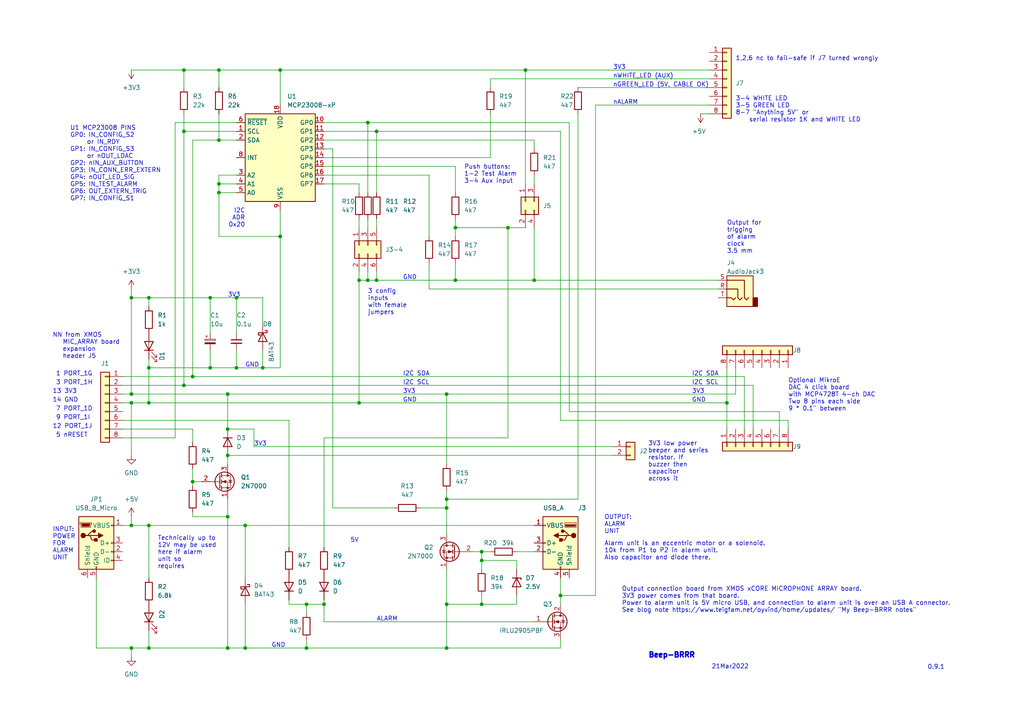
<source format=kicad_sch>
(kicad_sch (version 20211123) (generator eeschema)
  (paper "A4")
  (lib_symbols
    (symbol "Connector:AudioJack3"
      (property "Reference" "J" (at 0 8.89 0))
      (property "Value" "AudioJack3" (at 0 6.35 0))
      (symbol "AudioJack3_0_1"
        (rectangle (start -5.08 -5.08) (end -6.35 -2.54) (stroke (width 0.254)) (fill (type outline)))
        (polyline (pts (xy 0 -2.54) (xy 0.635 -3.175) (xy 1.27 -2.54) (xy 2.54 -2.54)) (stroke (width 0.254)))
        (polyline (pts (xy -1.905 -2.54) (xy -1.27 -3.175) (xy -0.635 -2.54) (xy -0.635 0) (xy 2.54 0)) (stroke (width 0.254)))
        (polyline (pts (xy 2.54 2.54) (xy -2.54 2.54) (xy -2.54 -2.54) (xy -3.175 -3.175) (xy -3.81 -2.54)) (stroke (width 0.254)))
        (rectangle (start 2.54 3.81) (end -5.08 -5.08) (stroke (width 0.254)) (fill (type background)))
      )
      (symbol "AudioJack3_1_1"
        (pin passive line (at 5.08 0 180) (length 2.54) (name "~") (number "R"))
        (pin passive line (at 5.08 2.54 180) (length 2.54) (name "~") (number "S"))
        (pin passive line (at 5.08 -2.54 180) (length 2.54) (name "~") (number "T"))
      )
    )
    (symbol "Connector:USB_A" (pin_names (offset 1.016))
      (property "Reference" "J" (at -5.08 11.43 0))
      (property "Value" "USB_A" (at -5.08 8.89 0))
      (symbol "USB_A_0_1"
        (rectangle (start -5.08 -7.62) (end 5.08 7.62) (stroke (width 0.254)) (fill (type background)))
        (circle (center -3.81 2.159) (radius 0.635) (stroke (width 0.254)) (fill (type outline)))
        (rectangle (start -1.524 4.826) (end -4.318 5.334) (fill (type outline)))
        (rectangle (start -1.27 4.572) (end -4.572 5.842))
        (circle (center -0.635 3.429) (radius 0.381) (stroke (width 0.254)) (fill (type outline)))
        (rectangle (start -0.127 -7.62) (end 0.127 -6.858))
        (polyline (pts (xy -3.175 2.159) (xy -2.54 2.159) (xy -1.27 3.429) (xy -0.635 3.429)) (stroke (width 0.254)))
        (polyline (pts (xy -2.54 2.159) (xy -1.905 2.159) (xy -1.27 0.889) (xy 0 0.889)) (stroke (width 0.254)))
        (polyline (pts (xy 0.635 2.794) (xy 0.635 1.524) (xy 1.905 2.159) (xy 0.635 2.794)) (stroke (width 0.254)) (fill (type outline)))
        (rectangle (start 0.254 1.27) (end -0.508 0.508) (stroke (width 0.254)) (fill (type outline)))
        (rectangle (start 5.08 -2.667) (end 4.318 -2.413))
        (rectangle (start 5.08 -0.127) (end 4.318 0.127))
        (rectangle (start 5.08 4.953) (end 4.318 5.207))
      )
      (symbol "USB_A_1_1"
        (polyline (pts (xy -1.905 2.159) (xy 0.635 2.159)) (stroke (width 0.254)))
        (pin power_in line (at 7.62 5.08 180) (length 2.54) (name "VBUS") (number "1"))
        (pin bidirectional line (at 7.62 -2.54 180) (length 2.54) (name "D-") (number "2"))
        (pin bidirectional line (at 7.62 0 180) (length 2.54) (name "D+") (number "3"))
        (pin power_in line (at 0 -10.16 90) (length 2.54) (name "GND") (number "4"))
        (pin passive line (at -2.54 -10.16 90) (length 2.54) (name "Shield") (number "5"))
      )
    )
    (symbol "Connector:USB_B_Micro" (pin_names (offset 1.016))
      (property "Reference" "J" (at -5.08 11.43 0))
      (property "Value" "USB_B_Micro" (at -5.08 8.89 0))
      (symbol "USB_B_Micro_0_1"
        (rectangle (start -5.08 -7.62) (end 5.08 7.62) (stroke (width 0.254)) (fill (type background)))
        (circle (center -3.81 2.159) (radius 0.635) (stroke (width 0.254)) (fill (type outline)))
        (circle (center -0.635 3.429) (radius 0.381) (stroke (width 0.254)) (fill (type outline)))
        (rectangle (start -0.127 -7.62) (end 0.127 -6.858))
        (polyline (pts (xy -1.905 2.159) (xy 0.635 2.159)) (stroke (width 0.254)))
        (polyline (pts (xy -3.175 2.159) (xy -2.54 2.159) (xy -1.27 3.429) (xy -0.635 3.429)) (stroke (width 0.254)))
        (polyline (pts (xy -2.54 2.159) (xy -1.905 2.159) (xy -1.27 0.889) (xy 0 0.889)) (stroke (width 0.254)))
        (polyline (pts (xy 0.635 2.794) (xy 0.635 1.524) (xy 1.905 2.159) (xy 0.635 2.794)) (stroke (width 0.254)) (fill (type outline)))
        (polyline (pts (xy -4.318 5.588) (xy -1.778 5.588) (xy -2.032 4.826) (xy -4.064 4.826) (xy -4.318 5.588)) (fill (type outline)))
        (polyline (pts (xy -4.699 5.842) (xy -4.699 5.588) (xy -4.445 4.826) (xy -4.445 4.572) (xy -1.651 4.572) (xy -1.651 4.826) (xy -1.397 5.588) (xy -1.397 5.842) (xy -4.699 5.842)))
        (rectangle (start 0.254 1.27) (end -0.508 0.508) (stroke (width 0.254)) (fill (type outline)))
        (rectangle (start 5.08 -5.207) (end 4.318 -4.953))
        (rectangle (start 5.08 -2.667) (end 4.318 -2.413))
        (rectangle (start 5.08 -0.127) (end 4.318 0.127))
        (rectangle (start 5.08 4.953) (end 4.318 5.207))
      )
      (symbol "USB_B_Micro_1_1"
        (pin power_out line (at 7.62 5.08 180) (length 2.54) (name "VBUS") (number "1"))
        (pin bidirectional line (at 7.62 -2.54 180) (length 2.54) (name "D-") (number "2"))
        (pin bidirectional line (at 7.62 0 180) (length 2.54) (name "D+") (number "3"))
        (pin passive line (at 7.62 -5.08 180) (length 2.54) (name "ID") (number "4"))
        (pin power_out line (at 0 -10.16 90) (length 2.54) (name "GND") (number "5"))
        (pin passive line (at -2.54 -10.16 90) (length 2.54) (name "Shield") (number "6"))
      )
    )
    (symbol "Connector_Generic:Conn_01x02" (pin_names (offset 1.016) hide)
      (property "Reference" "J" (at 0 2.54 0))
      (property "Value" "Conn_01x02" (at 0 -5.08 0))
      (symbol "Conn_01x02_1_1"
        (rectangle (start -1.27 -2.413) (end 0 -2.667) (stroke (width 0.1524)))
        (rectangle (start -1.27 0.127) (end 0 -0.127) (stroke (width 0.1524)))
        (rectangle (start -1.27 1.27) (end 1.27 -3.81) (stroke (width 0.254)) (fill (type background)))
        (pin passive line (at -5.08 0 0) (length 3.81) (name "Pin_1") (number "1"))
        (pin passive line (at -5.08 -2.54 0) (length 3.81) (name "Pin_2") (number "2"))
      )
    )
    (symbol "Connector_Generic:Conn_01x08" (pin_names (offset 1.016) hide)
      (property "Reference" "J" (at 0 10.16 0))
      (property "Value" "Conn_01x08" (at 0 -12.7 0))
      (symbol "Conn_01x08_1_1"
        (rectangle (start -1.27 -10.033) (end 0 -10.287) (stroke (width 0.1524)))
        (rectangle (start -1.27 -7.493) (end 0 -7.747) (stroke (width 0.1524)))
        (rectangle (start -1.27 -4.953) (end 0 -5.207) (stroke (width 0.1524)))
        (rectangle (start -1.27 -2.413) (end 0 -2.667) (stroke (width 0.1524)))
        (rectangle (start -1.27 0.127) (end 0 -0.127) (stroke (width 0.1524)))
        (rectangle (start -1.27 2.667) (end 0 2.413) (stroke (width 0.1524)))
        (rectangle (start -1.27 5.207) (end 0 4.953) (stroke (width 0.1524)))
        (rectangle (start -1.27 7.747) (end 0 7.493) (stroke (width 0.1524)))
        (rectangle (start -1.27 8.89) (end 1.27 -11.43) (stroke (width 0.254)) (fill (type background)))
        (pin passive line (at -5.08 7.62 0) (length 3.81) (name "Pin_1") (number "1"))
        (pin passive line (at -5.08 5.08 0) (length 3.81) (name "Pin_2") (number "2"))
        (pin passive line (at -5.08 2.54 0) (length 3.81) (name "Pin_3") (number "3"))
        (pin passive line (at -5.08 0 0) (length 3.81) (name "Pin_4") (number "4"))
        (pin passive line (at -5.08 -2.54 0) (length 3.81) (name "Pin_5") (number "5"))
        (pin passive line (at -5.08 -5.08 0) (length 3.81) (name "Pin_6") (number "6"))
        (pin passive line (at -5.08 -7.62 0) (length 3.81) (name "Pin_7") (number "7"))
        (pin passive line (at -5.08 -10.16 0) (length 3.81) (name "Pin_8") (number "8"))
      )
    )
    (symbol "Connector_Generic:Conn_02x02_Odd_Even" (pin_names (offset 1.016) hide)
      (property "Reference" "J" (at 1.27 2.54 0))
      (property "Value" "Conn_02x02_Odd_Even" (at 1.27 -5.08 0))
      (symbol "Conn_02x02_Odd_Even_1_1"
        (rectangle (start -1.27 -2.413) (end 0 -2.667) (stroke (width 0.1524)))
        (rectangle (start -1.27 0.127) (end 0 -0.127) (stroke (width 0.1524)))
        (rectangle (start -1.27 1.27) (end 3.81 -3.81) (stroke (width 0.254)) (fill (type background)))
        (rectangle (start 3.81 -2.413) (end 2.54 -2.667) (stroke (width 0.1524)))
        (rectangle (start 3.81 0.127) (end 2.54 -0.127) (stroke (width 0.1524)))
        (pin passive line (at -5.08 0 0) (length 3.81) (name "Pin_1") (number "1"))
        (pin passive line (at 7.62 0 180) (length 3.81) (name "Pin_2") (number "2"))
        (pin passive line (at -5.08 -2.54 0) (length 3.81) (name "Pin_3") (number "3"))
        (pin passive line (at 7.62 -2.54 180) (length 3.81) (name "Pin_4") (number "4"))
      )
    )
    (symbol "Connector_Generic:Conn_02x03_Odd_Even" (pin_names (offset 1.016) hide)
      (property "Reference" "J" (at 1.27 5.08 0))
      (property "Value" "Conn_02x03_Odd_Even" (at 1.27 -5.08 0))
      (symbol "Conn_02x03_Odd_Even_1_1"
        (rectangle (start -1.27 -2.413) (end 0 -2.667) (stroke (width 0.1524)))
        (rectangle (start -1.27 0.127) (end 0 -0.127) (stroke (width 0.1524)))
        (rectangle (start -1.27 2.667) (end 0 2.413) (stroke (width 0.1524)))
        (rectangle (start -1.27 3.81) (end 3.81 -3.81) (stroke (width 0.254)) (fill (type background)))
        (rectangle (start 3.81 -2.413) (end 2.54 -2.667) (stroke (width 0.1524)))
        (rectangle (start 3.81 0.127) (end 2.54 -0.127) (stroke (width 0.1524)))
        (rectangle (start 3.81 2.667) (end 2.54 2.413) (stroke (width 0.1524)))
        (pin passive line (at -5.08 2.54 0) (length 3.81) (name "Pin_1") (number "1"))
        (pin passive line (at 7.62 2.54 180) (length 3.81) (name "Pin_2") (number "2"))
        (pin passive line (at -5.08 0 0) (length 3.81) (name "Pin_3") (number "3"))
        (pin passive line (at 7.62 0 180) (length 3.81) (name "Pin_4") (number "4"))
        (pin passive line (at -5.08 -2.54 0) (length 3.81) (name "Pin_5") (number "5"))
        (pin passive line (at 7.62 -2.54 180) (length 3.81) (name "Pin_6") (number "6"))
      )
    )
    (symbol "Device:C_Polarized_Small" (pin_numbers hide) (pin_names (offset 0.254) hide)
      (property "Reference" "C" (at 0.254 1.778 0))
      (property "Value" "C_Polarized_Small" (at 0.254 -2.032 0))
      (symbol "C_Polarized_Small_0_1"
        (rectangle (start -1.524 -0.3048) (end 1.524 -0.6858) (fill (type outline)))
        (rectangle (start -1.524 0.6858) (end 1.524 0.3048))
        (polyline (pts (xy -1.27 1.524) (xy -0.762 1.524)))
        (polyline (pts (xy -1.016 1.27) (xy -1.016 1.778)))
      )
      (symbol "C_Polarized_Small_1_1"
        (pin passive line (at 0 2.54 270) (length 1.8542) (name "~") (number "1"))
        (pin passive line (at 0 -2.54 90) (length 1.8542) (name "~") (number "2"))
      )
    )
    (symbol "Device:C_Small" (pin_numbers hide) (pin_names (offset 0.254) hide)
      (property "Reference" "C" (at 0.254 1.778 0))
      (property "Value" "C_Small" (at 0.254 -2.032 0))
      (symbol "C_Small_0_1"
        (polyline (pts (xy -1.524 -0.508) (xy 1.524 -0.508)) (stroke (width 0.3302)))
        (polyline (pts (xy -1.524 0.508) (xy 1.524 0.508)) (stroke (width 0.3048)))
      )
      (symbol "C_Small_1_1"
        (pin passive line (at 0 2.54 270) (length 2.032) (name "~") (number "1"))
        (pin passive line (at 0 -2.54 90) (length 2.032) (name "~") (number "2"))
      )
    )
    (symbol "Device:D" (pin_numbers hide) (pin_names (offset 1.016) hide)
      (property "Reference" "D" (at 0 2.54 0))
      (property "Value" "D" (at 0 -2.54 0))
      (symbol "D_0_1"
        (polyline (pts (xy -1.27 1.27) (xy -1.27 -1.27)) (stroke (width 0.254)))
        (polyline (pts (xy 1.27 0) (xy -1.27 0)))
        (polyline (pts (xy 1.27 1.27) (xy 1.27 -1.27) (xy -1.27 0) (xy 1.27 1.27)) (stroke (width 0.254)))
      )
      (symbol "D_1_1"
        (pin passive line (at -3.81 0 0) (length 2.54) (name "K") (number "1"))
        (pin passive line (at 3.81 0 180) (length 2.54) (name "A") (number "2"))
      )
    )
    (symbol "Device:D_Zener" (pin_numbers hide) (pin_names (offset 1.016) hide)
      (property "Reference" "D" (at 0 2.54 0))
      (property "Value" "D_Zener" (at 0 -2.54 0))
      (symbol "D_Zener_0_1"
        (polyline (pts (xy 1.27 0) (xy -1.27 0)))
        (polyline (pts (xy -1.27 -1.27) (xy -1.27 1.27) (xy -0.762 1.27)) (stroke (width 0.254)))
        (polyline (pts (xy 1.27 -1.27) (xy 1.27 1.27) (xy -1.27 0) (xy 1.27 -1.27)) (stroke (width 0.254)))
      )
      (symbol "D_Zener_1_1"
        (pin passive line (at -3.81 0 0) (length 2.54) (name "K") (number "1"))
        (pin passive line (at 3.81 0 180) (length 2.54) (name "A") (number "2"))
      )
    )
    (symbol "Device:LED" (pin_numbers hide) (pin_names (offset 1.016) hide)
      (property "Reference" "D" (at 0 2.54 0))
      (property "Value" "LED" (at 0 -2.54 0))
      (symbol "LED_0_1"
        (polyline (pts (xy -1.27 -1.27) (xy -1.27 1.27)) (stroke (width 0.254)))
        (polyline (pts (xy -1.27 0) (xy 1.27 0)))
        (polyline (pts (xy 1.27 -1.27) (xy 1.27 1.27) (xy -1.27 0) (xy 1.27 -1.27)) (stroke (width 0.254)))
        (polyline (pts (xy -3.048 -0.762) (xy -4.572 -2.286) (xy -3.81 -2.286) (xy -4.572 -2.286) (xy -4.572 -1.524)))
        (polyline (pts (xy -1.778 -0.762) (xy -3.302 -2.286) (xy -2.54 -2.286) (xy -3.302 -2.286) (xy -3.302 -1.524)))
      )
      (symbol "LED_1_1"
        (pin passive line (at -3.81 0 0) (length 2.54) (name "K") (number "1"))
        (pin passive line (at 3.81 0 180) (length 2.54) (name "A") (number "2"))
      )
    )
    (symbol "Device:R" (pin_numbers hide) (pin_names (offset 0))
      (property "Reference" "R" (at 2.032 0 90))
      (property "Value" "R" (at 0 0 90))
      (symbol "R_0_1"
        (rectangle (start -1.016 -2.54) (end 1.016 2.54) (stroke (width 0.254)))
      )
      (symbol "R_1_1"
        (pin passive line (at 0 3.81 270) (length 1.27) (name "~") (number "1"))
        (pin passive line (at 0 -3.81 90) (length 1.27) (name "~") (number "2"))
      )
    )
    (symbol "Diode:BAT43" (pin_numbers hide) (pin_names (offset 1.016) hide)
      (property "Reference" "D" (at 0 2.54 0))
      (property "Value" "BAT43" (at 0 -2.54 0))
      (symbol "BAT43_0_1"
        (polyline (pts (xy 1.27 0) (xy -1.27 0)))
        (polyline (pts (xy 1.27 1.27) (xy 1.27 -1.27) (xy -1.27 0) (xy 1.27 1.27)) (stroke (width 0.254)))
        (polyline (pts (xy -1.905 0.635) (xy -1.905 1.27) (xy -1.27 1.27) (xy -1.27 -1.27) (xy -0.635 -1.27) (xy -0.635 -0.635)) (stroke (width 0.254)))
      )
      (symbol "BAT43_1_1"
        (pin passive line (at -3.81 0 0) (length 2.54) (name "K") (number "1"))
        (pin passive line (at 3.81 0 180) (length 2.54) (name "A") (number "2"))
      )
    )
    (symbol "Interface_Expansion:MCP23008-xP"
      (property "Reference" "U" (at -8.89 13.97 0))
      (property "Value" "MCP23008-xP" (at 8.89 13.97 0))
      (symbol "MCP23008-xP_0_1"
        (rectangle (start -10.16 12.7) (end 10.16 -12.7) (stroke (width 0.254)) (fill (type background)))
      )
      (symbol "MCP23008-xP_1_1"
        (pin input line (at -12.7 7.62 0) (length 2.54) (name "SCL") (number "1"))
        (pin bidirectional line (at 12.7 10.16 180) (length 2.54) (name "GP0") (number "10"))
        (pin bidirectional line (at 12.7 7.62 180) (length 2.54) (name "GP1") (number "11"))
        (pin bidirectional line (at 12.7 5.08 180) (length 2.54) (name "GP2") (number "12"))
        (pin bidirectional line (at 12.7 2.54 180) (length 2.54) (name "GP3") (number "13"))
        (pin bidirectional line (at 12.7 0 180) (length 2.54) (name "GP4") (number "14"))
        (pin bidirectional line (at 12.7 -2.54 180) (length 2.54) (name "GP5") (number "15"))
        (pin bidirectional line (at 12.7 -5.08 180) (length 2.54) (name "GP6") (number "16"))
        (pin bidirectional line (at 12.7 -7.62 180) (length 2.54) (name "GP7") (number "17"))
        (pin power_in line (at 0 15.24 270) (length 2.54) (name "VDD") (number "18"))
        (pin bidirectional line (at -12.7 5.08 0) (length 2.54) (name "SDA") (number "2"))
        (pin input line (at -12.7 -5.08 0) (length 2.54) (name "A2") (number "3"))
        (pin input line (at -12.7 -7.62 0) (length 2.54) (name "A1") (number "4"))
        (pin input line (at -12.7 -10.16 0) (length 2.54) (name "A0") (number "5"))
        (pin input line (at -12.7 10.16 0) (length 2.54) (name "~{RESET}") (number "6"))
        (pin no_connect line (at -10.16 -2.54 0) (length 2.54) hide (name "NC") (number "7"))
        (pin output line (at -12.7 0 0) (length 2.54) (name "INT") (number "8"))
        (pin power_in line (at 0 -15.24 90) (length 2.54) (name "VSS") (number "9"))
      )
    )
    (symbol "Transistor_FET:2N7000" (pin_names hide)
      (property "Reference" "Q" (at 5.08 1.905 0))
      (property "Value" "2N7000" (at 5.08 0 0))
      (symbol "2N7000_0_1"
        (polyline (pts (xy 0.254 0) (xy -2.54 0)))
        (polyline (pts (xy 0.254 1.905) (xy 0.254 -1.905)) (stroke (width 0.254)))
        (polyline (pts (xy 0.762 -1.27) (xy 0.762 -2.286)) (stroke (width 0.254)))
        (polyline (pts (xy 0.762 0.508) (xy 0.762 -0.508)) (stroke (width 0.254)))
        (polyline (pts (xy 0.762 2.286) (xy 0.762 1.27)) (stroke (width 0.254)))
        (polyline (pts (xy 2.54 2.54) (xy 2.54 1.778)))
        (polyline (pts (xy 2.54 -2.54) (xy 2.54 0) (xy 0.762 0)))
        (polyline (pts (xy 0.762 -1.778) (xy 3.302 -1.778) (xy 3.302 1.778) (xy 0.762 1.778)))
        (polyline (pts (xy 1.016 0) (xy 2.032 0.381) (xy 2.032 -0.381) (xy 1.016 0)) (fill (type outline)))
        (polyline (pts (xy 2.794 0.508) (xy 2.921 0.381) (xy 3.683 0.381) (xy 3.81 0.254)))
        (polyline (pts (xy 3.302 0.381) (xy 2.921 -0.254) (xy 3.683 -0.254) (xy 3.302 0.381)))
        (circle (center 1.651 0) (radius 2.794) (stroke (width 0.254)))
        (circle (center 2.54 -1.778) (radius 0.254) (fill (type outline)))
        (circle (center 2.54 1.778) (radius 0.254) (fill (type outline)))
      )
      (symbol "2N7000_1_1"
        (pin passive line (at 2.54 -5.08 90) (length 2.54) (name "S") (number "1"))
        (pin input line (at -5.08 0 0) (length 2.54) (name "G") (number "2"))
        (pin passive line (at 2.54 5.08 270) (length 2.54) (name "D") (number "3"))
      )
    )
    (symbol "Transistor_FET:IRF540N" (pin_names hide)
      (property "Reference" "Q" (at 6.35 1.905 0))
      (property "Value" "IRF540N" (at 6.35 0 0))
      (symbol "IRF540N_0_1"
        (polyline (pts (xy 0.254 0) (xy -2.54 0)))
        (polyline (pts (xy 0.254 1.905) (xy 0.254 -1.905)) (stroke (width 0.254)))
        (polyline (pts (xy 0.762 -1.27) (xy 0.762 -2.286)) (stroke (width 0.254)))
        (polyline (pts (xy 0.762 0.508) (xy 0.762 -0.508)) (stroke (width 0.254)))
        (polyline (pts (xy 0.762 2.286) (xy 0.762 1.27)) (stroke (width 0.254)))
        (polyline (pts (xy 2.54 2.54) (xy 2.54 1.778)))
        (polyline (pts (xy 2.54 -2.54) (xy 2.54 0) (xy 0.762 0)))
        (polyline (pts (xy 0.762 -1.778) (xy 3.302 -1.778) (xy 3.302 1.778) (xy 0.762 1.778)))
        (polyline (pts (xy 1.016 0) (xy 2.032 0.381) (xy 2.032 -0.381) (xy 1.016 0)) (fill (type outline)))
        (polyline (pts (xy 2.794 0.508) (xy 2.921 0.381) (xy 3.683 0.381) (xy 3.81 0.254)))
        (polyline (pts (xy 3.302 0.381) (xy 2.921 -0.254) (xy 3.683 -0.254) (xy 3.302 0.381)))
        (circle (center 1.651 0) (radius 2.794) (stroke (width 0.254)))
        (circle (center 2.54 -1.778) (radius 0.254) (fill (type outline)))
        (circle (center 2.54 1.778) (radius 0.254) (fill (type outline)))
      )
      (symbol "IRF540N_1_1"
        (pin input line (at -5.08 0 0) (length 2.54) (name "G") (number "1"))
        (pin passive line (at 2.54 5.08 270) (length 2.54) (name "D") (number "2"))
        (pin passive line (at 2.54 -5.08 90) (length 2.54) (name "S") (number "3"))
      )
    )
    (symbol "power:+3.3V" (power) (pin_names (offset 0))
      (property "Value" "+3.3V" (at 0 3.556 0))
      (symbol "+3.3V_0_1"
        (polyline (pts (xy -0.762 1.27) (xy 0 2.54)))
        (polyline (pts (xy 0 0) (xy 0 2.54)))
        (polyline (pts (xy 0 2.54) (xy 0.762 1.27)))
      )
      (symbol "+3.3V_1_1"
        (pin power_in line (at 0 0 90) (length 0) hide (name "+3V3") (number "1"))
      )
    )
    (symbol "power:+5V" (power) (pin_names (offset 0))
      (property "Value" "+5V" (at 0 3.556 0))
      (symbol "+5V_0_1"
        (polyline (pts (xy -0.762 1.27) (xy 0 2.54)))
        (polyline (pts (xy 0 0) (xy 0 2.54)))
        (polyline (pts (xy 0 2.54) (xy 0.762 1.27)))
      )
      (symbol "+5V_1_1"
        (pin power_in line (at 0 0 90) (length 0) hide (name "+5V") (number "1"))
      )
    )
    (symbol "power:GND" (power) (pin_names (offset 0))
      (property "Value" "GND" (at 0 -3.81 0))
      (symbol "GND_0_1"
        (polyline (pts (xy 0 0) (xy 0 -1.27) (xy 1.27 -1.27) (xy 0 -2.54) (xy -1.27 -1.27) (xy 0 -1.27)))
      )
      (symbol "GND_1_1"
        (pin power_in line (at 0 0 270) (length 0) hide (name "GND") (number "1"))
      )
    )
  )
  (junction (at 43.18 106.68))
  (junction (at 147.32 66.04))
  (junction (at 66.04 124.46))
  (junction (at 38.1 116.84))
  (junction (at 53.34 111.76))
  (junction (at 71.12 187.96))
  (junction (at 76.2 106.68))
  (junction (at 43.18 187.96))
  (junction (at 152.4 20.32))
  (junction (at 139.7 160.02))
  (junction (at 71.12 152.4))
  (junction (at 38.1 187.96))
  (junction (at 38.1 114.3))
  (junction (at 93.98 175.26))
  (junction (at 60.96 106.68))
  (junction (at 139.7 175.26))
  (junction (at 129.54 175.26))
  (junction (at 88.9 187.96))
  (junction (at 43.18 86.36))
  (junction (at 81.28 68.58))
  (junction (at 68.58 86.36))
  (junction (at 109.22 38.1))
  (junction (at 66.04 132.08))
  (junction (at 43.18 116.84))
  (junction (at 104.14 116.84))
  (junction (at 43.18 152.4))
  (junction (at 38.1 152.4))
  (junction (at 109.22 81.28))
  (junction (at 63.5 20.32))
  (junction (at 66.04 187.96))
  (junction (at 66.04 114.3))
  (junction (at 129.54 144.78))
  (junction (at 63.5 53.34))
  (junction (at 132.08 66.04))
  (junction (at 81.28 20.32))
  (junction (at 63.5 55.88))
  (junction (at 53.34 38.1))
  (junction (at 53.34 20.32))
  (junction (at 104.14 81.28))
  (junction (at 154.94 81.28))
  (junction (at 210.82 116.84))
  (junction (at 63.5 40.64))
  (junction (at 38.1 86.36))
  (junction (at 68.58 106.68))
  (junction (at 139.7 162.56))
  (junction (at 129.54 114.3))
  (junction (at 132.08 81.28))
  (junction (at 106.68 81.28))
  (junction (at 66.04 149.86))
  (junction (at 162.56 172.72))
  (junction (at 55.88 109.22))
  (junction (at 55.88 139.7))
  (junction (at 129.54 147.32))
  (junction (at 129.54 187.96))
  (junction (at 88.9 175.26))
  (junction (at 106.68 35.56))
  (junction (at 60.96 86.36))
  (wire (pts (xy 228.6 121.92) (xy 162.56 121.92)))
  (wire (pts (xy 129.54 165.1) (xy 129.54 175.26)))
  (wire (pts (xy 104.14 116.84) (xy 210.82 116.84)))
  (wire (pts (xy 165.1 35.56) (xy 165.1 119.38)))
  (wire (pts (xy 60.96 106.68) (xy 68.58 106.68)))
  (wire (pts (xy 104.14 53.34) (xy 104.14 55.88)))
  (wire (pts (xy 154.94 66.04) (xy 154.94 81.28)))
  (wire (pts (xy 129.54 175.26) (xy 129.54 187.96)))
  (wire (pts (xy 139.7 160.02) (xy 139.7 162.56)))
  (wire (pts (xy 43.18 187.96) (xy 66.04 187.96)))
  (wire (pts (xy 106.68 81.28) (xy 109.22 81.28)))
  (wire (pts (xy 66.04 144.78) (xy 66.04 149.86)))
  (wire (pts (xy 68.58 55.88) (xy 63.5 55.88)))
  (wire (pts (xy 63.5 53.34) (xy 63.5 55.88)))
  (wire (pts (xy 68.58 106.68) (xy 68.58 101.6)))
  (wire (pts (xy 177.8 129.54) (xy 73.66 129.54)))
  (wire (pts (xy 93.98 40.64) (xy 154.94 40.64)))
  (wire (pts (xy 43.18 182.88) (xy 43.18 187.96)))
  (wire (pts (xy 167.64 25.4) (xy 205.74 25.4)))
  (wire (pts (xy 96.52 147.32) (xy 114.3 147.32)))
  (wire (pts (xy 149.86 160.02) (xy 154.94 160.02)))
  (wire (pts (xy 152.4 20.32) (xy 205.74 20.32)))
  (wire (pts (xy 93.98 180.34) (xy 154.94 180.34)))
  (wire (pts (xy 106.68 35.56) (xy 165.1 35.56)))
  (wire (pts (xy 93.98 53.34) (xy 104.14 53.34)))
  (wire (pts (xy 129.54 114.3) (xy 129.54 134.62)))
  (wire (pts (xy 104.14 81.28) (xy 104.14 116.84)))
  (wire (pts (xy 55.88 139.7) (xy 58.42 139.7)))
  (wire (pts (xy 109.22 38.1) (xy 109.22 55.88)))
  (wire (pts (xy 60.96 86.36) (xy 60.96 96.52)))
  (wire (pts (xy 43.18 152.4) (xy 43.18 167.64)))
  (wire (pts (xy 83.82 175.26) (xy 83.82 173.99)))
  (wire (pts (xy 83.82 175.26) (xy 88.9 175.26)))
  (wire (pts (xy 63.5 50.8) (xy 63.5 53.34)))
  (wire (pts (xy 60.96 86.36) (xy 68.58 86.36)))
  (wire (pts (xy 106.68 81.28) (xy 106.68 78.74)))
  (wire (pts (xy 35.56 109.22) (xy 55.88 109.22)))
  (wire (pts (xy 152.4 20.32) (xy 152.4 53.34)))
  (wire (pts (xy 43.18 86.36) (xy 60.96 86.36)))
  (wire (pts (xy 137.16 160.02) (xy 139.7 160.02)))
  (wire (pts (xy 139.7 175.26) (xy 149.86 175.26)))
  (wire (pts (xy 104.14 78.74) (xy 104.14 81.28)))
  (wire (pts (xy 165.1 119.38) (xy 226.06 119.38)))
  (wire (pts (xy 104.14 63.5) (xy 104.14 66.04)))
  (wire (pts (xy 88.9 175.26) (xy 93.98 175.26)))
  (wire (pts (xy 68.58 50.8) (xy 63.5 50.8)))
  (wire (pts (xy 63.5 40.64) (xy 68.58 40.64)))
  (wire (pts (xy 93.98 45.72) (xy 142.24 45.72)))
  (wire (pts (xy 83.82 121.92) (xy 83.82 158.75)))
  (wire (pts (xy 132.08 66.04) (xy 132.08 68.58)))
  (wire (pts (xy 38.1 20.32) (xy 53.34 20.32)))
  (wire (pts (xy 129.54 175.26) (xy 139.7 175.26)))
  (wire (pts (xy 53.34 38.1) (xy 53.34 111.76)))
  (wire (pts (xy 154.94 40.64) (xy 154.94 43.18)))
  (wire (pts (xy 35.56 152.4) (xy 38.1 152.4)))
  (wire (pts (xy 43.18 106.68) (xy 43.18 116.84)))
  (wire (pts (xy 139.7 162.56) (xy 139.7 165.1)))
  (wire (pts (xy 210.82 106.68) (xy 210.82 116.84)))
  (wire (pts (xy 121.92 147.32) (xy 129.54 147.32)))
  (wire (pts (xy 66.04 124.46) (xy 73.66 124.46)))
  (wire (pts (xy 205.74 22.86) (xy 142.24 22.86)))
  (wire (pts (xy 38.1 187.96) (xy 38.1 190.5)))
  (wire (pts (xy 132.08 66.04) (xy 147.32 66.04)))
  (wire (pts (xy 66.04 149.86) (xy 66.04 187.96)))
  (wire (pts (xy 68.58 106.68) (xy 76.2 106.68)))
  (wire (pts (xy 53.34 38.1) (xy 68.58 38.1)))
  (wire (pts (xy 213.36 114.3) (xy 213.36 106.68)))
  (wire (pts (xy 50.8 35.56) (xy 50.8 127)))
  (wire (pts (xy 149.86 172.72) (xy 149.86 175.26)))
  (wire (pts (xy 63.5 68.58) (xy 81.28 68.58)))
  (wire (pts (xy 109.22 81.28) (xy 132.08 81.28)))
  (wire (pts (xy 129.54 144.78) (xy 129.54 147.32)))
  (wire (pts (xy 106.68 63.5) (xy 106.68 66.04)))
  (wire (pts (xy 208.28 83.82) (xy 124.46 83.82)))
  (wire (pts (xy 104.14 81.28) (xy 106.68 81.28)))
  (wire (pts (xy 38.1 86.36) (xy 38.1 114.3)))
  (wire (pts (xy 60.96 106.68) (xy 60.96 101.6)))
  (wire (pts (xy 154.94 50.8) (xy 154.94 53.34)))
  (wire (pts (xy 129.54 147.32) (xy 129.54 154.94)))
  (wire (pts (xy 76.2 101.6) (xy 76.2 106.68)))
  (wire (pts (xy 71.12 187.96) (xy 88.9 187.96)))
  (wire (pts (xy 73.66 129.54) (xy 73.66 124.46)))
  (wire (pts (xy 109.22 63.5) (xy 109.22 66.04)))
  (wire (pts (xy 66.04 132.08) (xy 177.8 132.08)))
  (wire (pts (xy 55.88 148.59) (xy 55.88 149.86)))
  (wire (pts (xy 215.9 109.22) (xy 215.9 124.46)))
  (wire (pts (xy 71.12 152.4) (xy 154.94 152.4)))
  (wire (pts (xy 53.34 33.02) (xy 53.34 38.1)))
  (wire (pts (xy 139.7 162.56) (xy 149.86 162.56)))
  (wire (pts (xy 129.54 144.78) (xy 167.64 144.78)))
  (wire (pts (xy 129.54 114.3) (xy 213.36 114.3)))
  (wire (pts (xy 71.12 152.4) (xy 71.12 167.64)))
  (wire (pts (xy 210.82 116.84) (xy 210.82 124.46)))
  (wire (pts (xy 147.32 66.04) (xy 147.32 127)))
  (wire (pts (xy 55.88 135.89) (xy 55.88 139.7)))
  (wire (pts (xy 88.9 187.96) (xy 129.54 187.96)))
  (wire (pts (xy 93.98 50.8) (xy 124.46 50.8)))
  (wire (pts (xy 55.88 124.46) (xy 55.88 128.27)))
  (wire (pts (xy 88.9 185.42) (xy 88.9 187.96)))
  (wire (pts (xy 35.56 111.76) (xy 53.34 111.76)))
  (wire (pts (xy 93.98 43.18) (xy 96.52 43.18)))
  (wire (pts (xy 63.5 33.02) (xy 63.5 40.64)))
  (wire (pts (xy 68.58 86.36) (xy 68.58 96.52)))
  (wire (pts (xy 38.1 114.3) (xy 66.04 114.3)))
  (wire (pts (xy 35.56 124.46) (xy 55.88 124.46)))
  (wire (pts (xy 172.72 30.48) (xy 172.72 172.72)))
  (wire (pts (xy 139.7 160.02) (xy 142.24 160.02)))
  (wire (pts (xy 38.1 152.4) (xy 43.18 152.4)))
  (wire (pts (xy 96.52 43.18) (xy 96.52 147.32)))
  (wire (pts (xy 27.94 187.96) (xy 38.1 187.96)))
  (wire (pts (xy 162.56 167.64) (xy 162.56 172.72)))
  (wire (pts (xy 106.68 35.56) (xy 106.68 55.88)))
  (wire (pts (xy 93.98 173.99) (xy 93.98 175.26)))
  (wire (pts (xy 38.1 116.84) (xy 38.1 132.08)))
  (wire (pts (xy 228.6 124.46) (xy 228.6 121.92)))
  (wire (pts (xy 93.98 38.1) (xy 109.22 38.1)))
  (wire (pts (xy 55.88 140.97) (xy 55.88 139.7)))
  (wire (pts (xy 53.34 111.76) (xy 218.44 111.76)))
  (wire (pts (xy 81.28 68.58) (xy 81.28 106.68)))
  (wire (pts (xy 63.5 55.88) (xy 63.5 68.58)))
  (wire (pts (xy 43.18 106.68) (xy 60.96 106.68)))
  (wire (pts (xy 132.08 48.26) (xy 132.08 55.88)))
  (wire (pts (xy 43.18 116.84) (xy 104.14 116.84)))
  (wire (pts (xy 43.18 104.14) (xy 43.18 106.68)))
  (wire (pts (xy 162.56 172.72) (xy 172.72 172.72)))
  (wire (pts (xy 124.46 50.8) (xy 124.46 68.58)))
  (wire (pts (xy 38.1 116.84) (xy 43.18 116.84)))
  (wire (pts (xy 68.58 86.36) (xy 76.2 86.36)))
  (wire (pts (xy 147.32 66.04) (xy 152.4 66.04)))
  (wire (pts (xy 162.56 187.96) (xy 162.56 185.42)))
  (wire (pts (xy 71.12 175.26) (xy 71.12 187.96)))
  (wire (pts (xy 35.56 121.92) (xy 83.82 121.92)))
  (wire (pts (xy 53.34 20.32) (xy 63.5 20.32)))
  (wire (pts (xy 63.5 20.32) (xy 81.28 20.32)))
  (wire (pts (xy 147.32 127) (xy 93.98 127)))
  (wire (pts (xy 124.46 76.2) (xy 124.46 83.82)))
  (wire (pts (xy 208.28 81.28) (xy 154.94 81.28)))
  (wire (pts (xy 226.06 119.38) (xy 226.06 124.46)))
  (wire (pts (xy 81.28 20.32) (xy 81.28 30.48)))
  (wire (pts (xy 142.24 33.02) (xy 142.24 45.72)))
  (wire (pts (xy 35.56 127) (xy 50.8 127)))
  (wire (pts (xy 66.04 132.08) (xy 66.04 134.62)))
  (wire (pts (xy 35.56 114.3) (xy 38.1 114.3)))
  (wire (pts (xy 50.8 35.56) (xy 68.58 35.56)))
  (wire (pts (xy 66.04 114.3) (xy 129.54 114.3)))
  (wire (pts (xy 38.1 149.86) (xy 38.1 152.4)))
  (wire (pts (xy 167.64 33.02) (xy 167.64 144.78)))
  (wire (pts (xy 43.18 152.4) (xy 71.12 152.4)))
  (wire (pts (xy 35.56 116.84) (xy 38.1 116.84)))
  (wire (pts (xy 76.2 93.98) (xy 76.2 86.36)))
  (wire (pts (xy 172.72 30.48) (xy 205.74 30.48)))
  (wire (pts (xy 38.1 86.36) (xy 43.18 86.36)))
  (wire (pts (xy 27.94 167.64) (xy 27.94 187.96)))
  (wire (pts (xy 109.22 38.1) (xy 162.56 38.1)))
  (wire (pts (xy 53.34 20.32) (xy 53.34 25.4)))
  (wire (pts (xy 76.2 106.68) (xy 81.28 106.68)))
  (wire (pts (xy 55.88 109.22) (xy 215.9 109.22)))
  (wire (pts (xy 139.7 172.72) (xy 139.7 175.26)))
  (wire (pts (xy 66.04 187.96) (xy 71.12 187.96)))
  (wire (pts (xy 203.2 33.02) (xy 205.74 33.02)))
  (wire (pts (xy 149.86 162.56) (xy 149.86 165.1)))
  (wire (pts (xy 93.98 35.56) (xy 106.68 35.56)))
  (wire (pts (xy 66.04 114.3) (xy 66.04 124.46)))
  (wire (pts (xy 55.88 149.86) (xy 66.04 149.86)))
  (wire (pts (xy 132.08 76.2) (xy 132.08 81.28)))
  (wire (pts (xy 68.58 53.34) (xy 63.5 53.34)))
  (wire (pts (xy 162.56 172.72) (xy 162.56 175.26)))
  (wire (pts (xy 81.28 60.96) (xy 81.28 68.58)))
  (wire (pts (xy 93.98 48.26) (xy 132.08 48.26)))
  (wire (pts (xy 63.5 20.32) (xy 63.5 25.4)))
  (wire (pts (xy 109.22 78.74) (xy 109.22 81.28)))
  (wire (pts (xy 93.98 127) (xy 93.98 158.75)))
  (wire (pts (xy 162.56 121.92) (xy 162.56 38.1)))
  (wire (pts (xy 218.44 111.76) (xy 218.44 124.46)))
  (wire (pts (xy 43.18 86.36) (xy 43.18 88.9)))
  (wire (pts (xy 142.24 22.86) (xy 142.24 25.4)))
  (wire (pts (xy 38.1 83.82) (xy 38.1 86.36)))
  (wire (pts (xy 55.88 40.64) (xy 55.88 109.22)))
  (wire (pts (xy 81.28 20.32) (xy 152.4 20.32)))
  (wire (pts (xy 88.9 175.26) (xy 88.9 177.8)))
  (wire (pts (xy 93.98 175.26) (xy 93.98 180.34)))
  (wire (pts (xy 55.88 40.64) (xy 63.5 40.64)))
  (wire (pts (xy 132.08 81.28) (xy 154.94 81.28)))
  (wire (pts (xy 132.08 63.5) (xy 132.08 66.04)))
  (wire (pts (xy 38.1 187.96) (xy 43.18 187.96)))
  (wire (pts (xy 129.54 187.96) (xy 162.56 187.96)))
  (wire (pts (xy 129.54 142.24) (xy 129.54 144.78)))
  (text "NN from XMOS\n   MIC_ARRAY board\n   expansion\n   header J5" (at 15.24 104.14 0) (effects (font (size 1.27 1.27)) (justify left bottom)))
  (text "GND" (at 200.66 116.84 0) (effects (font (size 1.27 1.27)) (justify left bottom)))
  (text "nWHITE_LED (AUX)" (at 177.8 22.86 0) (effects (font (size 1.27 1.27)) (justify left bottom)))
  (text "21Mar2022" (at 206.375 194.183 0) (effects (font (size 1.27 1.27)) (justify left bottom)))
  (text "3V3" (at 116.84 114.3 0) (effects (font (size 1.27 1.27)) (justify left bottom)))
  (text "3-4 WHITE LED\n3-5 GREEN LED\n8-7 \"Anything 5V\" or \n    serial resistor 1K and WHITE LED" (at 213.36 35.56 0) (effects (font (size 1.27 1.27)) (justify left bottom)))
  (text "I2C\nADR\n0x20" (at 71.12 66.04 180) (effects (font (size 1.27 1.27)) (justify right bottom)))
  (text " 5 nRESET" (at 15.24 127 0) (effects (font (size 1.27 1.27)) (justify left bottom)))
  (text " 3 PORT_1H" (at 15.24 111.76 0) (effects (font (size 1.27 1.27)) (justify left bottom)))
  (text "Output connection board from XMOS xCORE MICROPHONE ARRAY board.\n3V3 power comes from that board.\nPower to alarm unit is 5V micro USB, and connection to alarm unit is over an USB A connector. \nSee blog note https://www.teigfam.net/oyvind/home/updates/ \"My Beep-BRRR notes\"" (at 180.34 177.8 0) (effects (font (size 1.27 1.27)) (justify left bottom)))
  (text "I2C SCL" (at 116.84 111.76 0) (effects (font (size 1.27 1.27)) (justify left bottom)))
  (text "3V3" (at 73.66 129.54 0) (effects (font (size 1.27 1.27)) (justify left bottom)))
  (text "ALARM" (at 109.22 180.34 0) (effects (font (size 1.27 1.27)) (justify left bottom)))
  (text "3V3 low power\nbeeper and series\nresistor. If \nbuzzer then \ncapacitor \nacross it" (at 187.96 139.7 0) (effects (font (size 1.27 1.27)) (justify left bottom)))
  (text "nALARM" (at 177.8 30.48 0) (effects (font (size 1.27 1.27)) (justify left bottom)))
  (text "1,2,6 nc to fail-safe if J7 turned wrongly" (at 213.36 17.78 0) (effects (font (size 1.27 1.27)) (justify left bottom)))
  (text "13 3V3" (at 15.24 114.3 0) (effects (font (size 1.27 1.27)) (justify left bottom)))
  (text " 9 PORT_1I" (at 15.24 121.92 0) (effects (font (size 1.27 1.27)) (justify left bottom)))
  (text "3V3" (at 200.66 114.3 0) (effects (font (size 1.27 1.27)) (justify left bottom)))
  (text "I2C SCL" (at 200.66 111.76 0) (effects (font (size 1.27 1.27)) (justify left bottom)))
  (text "Optional MikroE\nDAC 4 click board\nwith MCP4728T 4-ch DAC\nTwo 8 pins each side\n9 * 0.1\" between" (at 228.6 119.38 0) (effects (font (size 1.27 1.27)) (justify left bottom)))
  (text "GND" (at 71.12 106.68 0) (effects (font (size 1.27 1.27)) (justify left bottom)))
  (text "Beep-BRRR " (at 187.96 191.008 0) (effects (font (size 1.5 1.5) (thickness 0.8) bold) (justify left bottom)))
  (text "14 GND" (at 15.24 116.84 0) (effects (font (size 1.27 1.27)) (justify left bottom)))
  (text "0.9.1" (at 268.986 194.31 0) (effects (font (size 1.27 1.27)) (justify left bottom)))
  (text "Output for\ntrigging\nof alarm\nclock\n3.5 mm" (at 210.82 73.66 0) (effects (font (size 1.27 1.27)) (justify left bottom)))
  (text "I2C SDA" (at 116.84 109.22 0) (effects (font (size 1.27 1.27)) (justify left bottom)))
  (text " 7 PORT_1D" (at 15.24 119.38 0) (effects (font (size 1.27 1.27)) (justify left bottom)))
  (text "GND" (at 116.84 81.28 0) (effects (font (size 1.27 1.27)) (justify left bottom)))
  (text "OUTPUT:\nALARM\nUNIT" (at 175.26 154.94 0) (effects (font (size 1.27 1.27)) (justify left bottom)))
  (text "Push buttons:\n1-2 Test Alarm\n3-4 Aux input" (at 134.62 53.34 0) (effects (font (size 1.27 1.27)) (justify left bottom)))
  (text "3 config\ninputs\nwith female \njumpers" (at 106.68 91.44 0) (effects (font (size 1.27 1.27)) (justify left bottom)))
  (text "I2C SDA" (at 200.66 109.22 0) (effects (font (size 1.27 1.27)) (justify left bottom)))
  (text "U1 MCP23008 PINS\nGP0: IN_CONFIG_S2 \n     or IN_RDY\nGP1: IN_CONFIG_S3 \n     or nOUT_LDAC\nGP2: nIN_AUX_BUTTON\nGP3: IN_CONN_ERR_EXTERN\nGP4: nOUT_LED_SIG\nGP5: IN_TEST_ALARM\nGP6: OUT_EXTERN_TRIG\nGP7: IN_CONFIG_S1" (at 20.32 58.42 0) (effects (font (size 1.27 1.27)) (justify left bottom)))
  (text "3V3" (at 177.8 20.32 0) (effects (font (size 1.27 1.27)) (justify left bottom)))
  (text "GND" (at 116.84 116.84 0) (effects (font (size 1.27 1.27)) (justify left bottom)))
  (text "INPUT:\nPOWER\nFOR\nALARM\nUNIT" (at 15.24 162.56 0) (effects (font (size 1.27 1.27)) (justify left bottom)))
  (text "12 PORT_1J" (at 15.24 124.46 0) (effects (font (size 1.27 1.27)) (justify left bottom)))
  (text "Alarm unit is an eccentric motor or a solenoid. \n10k from P1 to P2 in alarm unit. \nAlso capacitor and diode there." (at 175.26 162.56 0) (effects (font (size 1.27 1.27)) (justify left bottom)))
  (text "GND" (at 78.74 187.96 0) (effects (font (size 1.27 1.27)) (justify left bottom)))
  (text "3V3" (at 66.04 86.36 0) (effects (font (size 1.27 1.27)) (justify left bottom)))
  (text "Technically up to\n12V may be used\nhere if alarm \nunit so \nrequires" (at 45.72 165.1 0) (effects (font (size 1.27 1.27)) (justify left bottom)))
  (text " 1 PORT_1G" (at 15.24 109.22 0) (effects (font (size 1.27 1.27)) (justify left bottom)))
  (text "5V" (at 101.6 157.48 0) (effects (font (size 1.27 1.27)) (justify left bottom)))
  (text "nGREEN_LED (5V, CABLE OK)" (at 177.8 25.4 0) (effects (font (size 1.27 1.27)) (justify left bottom)))
  (symbol (lib_id "Connector_Generic:Conn_01x08") (at 30.48 116.84 0) (mirror y) (unit 1)
    (property "Reference" "J1" (at 30.48 105.41 0))
    (property "Value" "Conn_01x08" (effects hide))
    (property "Footprint" "Connector_PinHeader_2.54mm:PinHeader_1x08_P2.54mm_Vertical" (effects hide))
  )
  (symbol (lib_id "Device:R") (at 53.34 29.21 0) (unit 1)
    (property "Reference" "R3" (at 55.88 27.9399 0) (effects (justify left)))
    (property "Value" "22k" (at 55.88 30.4799 0) (effects (justify left)))
    (property "Footprint" "Resistor_THT:R_Axial_DIN0204_L3.6mm_D1.6mm_P2.54mm_Vertical" (effects hide))
  )
  (symbol (lib_id "power:+5V") (at 38.1 149.86 0) (unit 1)
    (property "Reference" "#PWR0106" (effects hide))
    (property "Value" "+5V" (at 38.1 144.78 0))
  )
  (symbol (lib_id "Device:R") (at 154.94 46.99 0) (unit 1)
    (property "Reference" "R21" (at 157.48 45.7199 0) (effects (justify left)))
    (property "Value" "4k7" (at 157.48 48.2599 0) (effects (justify left)))
    (property "Footprint" "Resistor_THT:R_Axial_DIN0204_L3.6mm_D1.6mm_P2.54mm_Vertical" (effects hide))
  )
  (symbol (lib_id "Device:R") (at 83.82 162.56 0) (unit 1)
    (property "Reference" "R7" (at 86.36 161.2899 0) (effects (justify left)))
    (property "Value" "4k7" (at 86.36 163.8299 0) (effects (justify left)))
    (property "Footprint" "Resistor_THT:R_Axial_DIN0204_L3.6mm_D1.6mm_P2.54mm_Vertical" (effects hide))
  )
  (symbol (lib_id "Device:R") (at 109.22 59.69 0) (unit 1)
    (property "Reference" "R12" (at 116.84 58.42 0) (effects (justify left)))
    (property "Value" "4k7" (at 116.84 60.96 0) (effects (justify left)))
    (property "Footprint" "Resistor_THT:R_Axial_DIN0204_L3.6mm_D1.6mm_P2.54mm_Vertical" (effects hide))
  )
  (symbol (lib_id "Device:D") (at 93.98 170.18 90) (unit 1)
    (property "Reference" "D6" (at 96.52 168.9099 90) (effects (justify right)))
    (property "Value" "D" (at 96.52 171.4499 90) (effects (justify right)))
    (property "Footprint" "Diode_THT:D_A-405_P2.54mm_Vertical_KathodeUp" (effects hide))
  )
  (symbol (lib_id "Transistor_FET:2N7000") (at 132.08 160.02 0) (mirror y) (unit 1)
    (property "Reference" "Q2" (at 125.73 158.7499 0) (effects (justify left)))
    (property "Value" "2N7000" (at 125.73 161.2899 0) (effects (justify left)))
    (property "Footprint" "Package_TO_SOT_THT:TO-92_Inline" (effects hide))
    (property "Datasheet" "https://www.onsemi.com/pub/Collateral/NDS7002A-D.PDF" (effects hide))
  )
  (symbol (lib_id "Device:R") (at 132.08 72.39 0) (unit 1)
    (property "Reference" "R17" (at 134.62 71.1199 0) (effects (justify left)))
    (property "Value" "4k7" (at 134.62 73.6599 0) (effects (justify left)))
    (property "Footprint" "Resistor_THT:R_Axial_DIN0204_L3.6mm_D1.6mm_P2.54mm_Vertical" (effects hide))
  )
  (symbol (lib_id "Device:R") (at 104.14 59.69 0) (unit 1)
    (property "Reference" "R10" (at 99.06 58.42 0) (effects (justify left)))
    (property "Value" "4k7" (at 99.06 60.96 0) (effects (justify left)))
    (property "Footprint" "Resistor_THT:R_Axial_DIN0204_L3.6mm_D1.6mm_P2.54mm_Vertical" (effects hide))
  )
  (symbol (lib_id "Device:R") (at 129.54 138.43 0) (unit 1)
    (property "Reference" "R15" (at 132.08 137.1599 0) (effects (justify left)))
    (property "Value" "4k7" (at 132.08 139.6999 0) (effects (justify left)))
    (property "Footprint" "Resistor_THT:R_Axial_DIN0204_L3.6mm_D1.6mm_P2.54mm_Vertical" (effects hide))
  )
  (symbol (lib_id "Device:D_Zener") (at 149.86 168.91 270) (unit 1)
    (property "Reference" "D7" (at 152.4 167.6399 90) (effects (justify left)))
    (property "Value" "2.5V" (at 152.4 170.1799 90) (effects (justify left)))
    (property "Footprint" "Diode_THT:D_A-405_P2.54mm_Vertical_KathodeUp" (effects hide))
  )
  (symbol (lib_id "power:+5V") (at 203.2 33.02 180) (unit 1)
    (property "Reference" "#PWR0104" (effects hide))
    (property "Value" "+5V" (at 200.66 38.1 0) (effects (justify right)))
  )
  (symbol (lib_id "Diode:BAT43") (at 76.2 97.79 270) (unit 1)
    (property "Reference" "D8" (at 76.2 93.98 90) (effects (justify left)))
    (property "Value" "BAT43" (at 78.74 99.06 0) (effects (justify left)))
    (property "Footprint" "Diode_THT:D_A-405_P2.54mm_Vertical_KathodeUp" (effects hide))
    (property "Datasheet" "http://www.vishay.com/docs/85660/bat42.pdf" (effects hide))
  )
  (symbol (lib_id "Connector_Generic:Conn_01x08") (at 220.98 101.6 270) (mirror x) (unit 1)
    (property "Reference" "J8" (at 231.14 101.6 90))
    (property "Value" "Conn_01x08" (effects hide))
    (property "Footprint" "Connector_PinSocket_2.54mm:PinSocket_1x08_P2.54mm_Vertical" (effects hide))
  )
  (symbol (lib_id "Device:R") (at 93.98 162.56 0) (unit 1)
    (property "Reference" "R9" (at 96.52 161.2899 0) (effects (justify left)))
    (property "Value" "4k7" (at 96.52 163.8299 0) (effects (justify left)))
    (property "Footprint" "Resistor_THT:R_Axial_DIN0204_L3.6mm_D1.6mm_P2.54mm_Vertical" (effects hide))
  )
  (symbol (lib_id "Connector_Generic:Conn_02x03_Odd_Even") (at 106.68 71.12 90) (mirror x) (unit 1)
    (property "Reference" "J3-4" (at 111.76 72.3899 90) (effects (justify right)))
    (property "Value" "Conn_02x03_Odd_Even" (effects hide))
    (property "Footprint" "Connector_PinHeader_2.54mm:PinHeader_2x03_P2.54mm_Vertical" (effects hide))
  )
  (symbol (lib_id "Interface_Expansion:MCP23008-xP") (at 81.28 45.72 0) (unit 1)
    (property "Reference" "U1" (at 83.2994 27.94 0) (effects (justify left)))
    (property "Value" "MCP23008-xP" (at 83.2994 30.48 0) (effects (justify left)))
    (property "Footprint" "Package_DIP:DIP-18_W7.62mm" (effects hide))
    (property "Datasheet" "http://ww1.microchip.com/downloads/en/DeviceDoc/MCP23008-MCP23S08-Data-Sheet-20001919F.pdf" (effects hide))
  )
  (symbol (lib_id "Connector_Generic:Conn_01x08") (at 210.82 22.86 0) (unit 1)
    (property "Reference" "J7" (at 213.36 24.1299 0) (effects (justify left)))
    (property "Value" "Conn_01x08" (effects hide))
    (property "Footprint" "Connector_PinSocket_2.54mm:PinSocket_1x08_P2.54mm_Vertical" (effects hide))
  )
  (symbol (lib_id "Device:R") (at 88.9 181.61 0) (unit 1)
    (property "Reference" "R8" (at 83.82 180.34 0) (effects (justify left)))
    (property "Value" "4k7" (at 83.82 182.88 0) (effects (justify left)))
    (property "Footprint" "Resistor_THT:R_Axial_DIN0204_L3.6mm_D1.6mm_P2.54mm_Vertical" (effects hide))
  )
  (symbol (lib_id "Device:R") (at 106.68 59.69 0) (unit 1)
    (property "Reference" "R11" (at 111.76 58.42 0) (effects (justify left)))
    (property "Value" "4k7" (at 111.76 60.96 0) (effects (justify left)))
    (property "Footprint" "Resistor_THT:R_Axial_DIN0204_L3.6mm_D1.6mm_P2.54mm_Vertical" (effects hide))
  )
  (symbol (lib_id "Device:C_Small") (at 68.58 99.06 0) (unit 1)
    (property "Reference" "C2" (at 68.58 91.44 0) (effects (justify left)))
    (property "Value" "0.1u" (at 68.58 93.98 0) (effects (justify left)))
    (property "Footprint" "Capacitor_THT:C_Disc_D3.4mm_W2.1mm_P2.50mm" (effects hide))
  )
  (symbol (lib_id "Device:LED") (at 43.18 179.07 90) (unit 1)
    (property "Reference" "D2" (at 46.99 176.8474 0) (effects (justify right)))
    (property "Value" "LED" (effects hide))
    (property "Footprint" "LED_THT:LED_D3.0mm" (effects hide))
  )
  (symbol (lib_id "Device:R") (at 63.5 29.21 0) (unit 1)
    (property "Reference" "R6" (at 66.04 27.9399 0) (effects (justify left)))
    (property "Value" "22k" (at 66.04 30.4799 0) (effects (justify left)))
    (property "Footprint" "Resistor_THT:R_Axial_DIN0204_L3.6mm_D1.6mm_P2.54mm_Vertical" (effects hide))
  )
  (symbol (lib_id "Connector_Generic:Conn_02x02_Odd_Even") (at 152.4 58.42 90) (mirror x) (unit 1)
    (property "Reference" "J5" (at 157.48 59.6899 90) (effects (justify right)))
    (property "Value" "Conn_02x02_Odd_Even" (effects hide))
    (property "Footprint" "Connector_PinHeader_2.54mm:PinHeader_2x02_P2.54mm_Vertical" (effects hide))
  )
  (symbol (lib_id "Diode:BAT43") (at 71.12 171.45 270) (unit 1)
    (property "Reference" "D4" (at 73.66 169.8624 90) (effects (justify left)))
    (property "Value" "BAT43" (at 73.66 172.4024 90) (effects (justify left)))
    (property "Footprint" "Diode_THT:D_A-405_P2.54mm_Vertical_KathodeUp" (effects hide))
    (property "Datasheet" "http://www.vishay.com/docs/85660/bat42.pdf" (effects hide))
  )
  (symbol (lib_id "Device:R") (at 55.88 144.78 0) (unit 1)
    (property "Reference" "R5" (at 58.42 143.5099 0) (effects (justify left)))
    (property "Value" "4k7" (at 58.42 146.0499 0) (effects (justify left)))
    (property "Footprint" "Resistor_THT:R_Axial_DIN0204_L3.6mm_D1.6mm_P2.54mm_Vertical" (effects hide))
  )
  (symbol (lib_id "power:GND") (at 38.1 132.08 0) (unit 1)
    (property "Reference" "#PWR0103" (effects hide))
    (property "Value" "GND" (at 38.1 137.16 0))
  )
  (symbol (lib_id "Device:C_Polarized_Small") (at 60.96 99.06 0) (unit 1)
    (property "Reference" "C1" (at 60.96 91.44 0) (effects (justify left)))
    (property "Value" "10u" (at 60.96 93.98 0) (effects (justify left)))
    (property "Footprint" "Capacitor_THT:CP_Radial_D5.0mm_P2.50mm" (effects hide))
  )
  (symbol (lib_id "Device:R") (at 124.46 72.39 0) (unit 1)
    (property "Reference" "R14" (at 127 71.1199 0) (effects (justify left)))
    (property "Value" "4k7" (at 127 73.6599 0) (effects (justify left)))
    (property "Footprint" "Resistor_THT:R_Axial_DIN0204_L3.6mm_D1.6mm_P2.54mm_Vertical" (effects hide))
  )
  (symbol (lib_id "Connector:AudioJack3") (at 213.36 83.82 0) (mirror y) (unit 1)
    (property "Reference" "J4" (at 210.82 76.2 0) (effects (justify right)))
    (property "Value" "AudioJack3" (at 210.82 78.74 0) (effects (justify right)))
    (property "Footprint" "Connector_Audio:Jack_3.5mm_CUI_SJ1-3533NG_Horizontal_CircularHoles" (effects hide))
  )
  (symbol (lib_id "Device:R") (at 43.18 171.45 0) (unit 1)
    (property "Reference" "R2" (at 45.72 170.18 0) (effects (justify left)))
    (property "Value" "6.8k" (at 45.72 172.72 0) (effects (justify left)))
    (property "Footprint" "Resistor_THT:R_Axial_DIN0204_L3.6mm_D1.6mm_P2.54mm_Vertical" (effects hide))
  )
  (symbol (lib_id "Device:D") (at 66.04 128.27 270) (unit 1)
    (property "Reference" "D3" (at 68.58 126.9999 90) (effects (justify left)))
    (property "Value" "D" (at 68.58 129.5399 90) (effects (justify left)))
    (property "Footprint" "Diode_THT:D_A-405_P2.54mm_Vertical_KathodeUp" (effects hide))
  )
  (symbol (lib_id "Device:R") (at 132.08 59.69 0) (unit 1)
    (property "Reference" "R16" (at 134.62 58.4199 0) (effects (justify left)))
    (property "Value" "4k7" (at 134.62 60.9599 0) (effects (justify left)))
    (property "Footprint" "Resistor_THT:R_Axial_DIN0204_L3.6mm_D1.6mm_P2.54mm_Vertical" (effects hide))
  )
  (symbol (lib_id "Transistor_FET:2N7000") (at 63.5 139.7 0) (unit 1)
    (property "Reference" "Q1" (at 69.85 138.4299 0) (effects (justify left)))
    (property "Value" "2N7000" (at 69.85 140.9699 0) (effects (justify left)))
    (property "Footprint" "Package_TO_SOT_THT:TO-92_Inline" (effects hide))
    (property "Datasheet" "https://www.onsemi.com/pub/Collateral/NDS7002A-D.PDF" (effects hide))
  )
  (symbol (lib_id "power:+3.3V") (at 38.1 83.82 0) (unit 1)
    (property "Reference" "#PWR0102" (effects hide))
    (property "Value" "+3.3V" (at 38.1 78.74 0))
  )
  (symbol (lib_id "Device:R") (at 142.24 29.21 0) (unit 1)
    (property "Reference" "R19" (at 144.78 27.9399 0) (effects (justify left)))
    (property "Value" "4k7" (at 144.78 30.4799 0) (effects (justify left)))
    (property "Footprint" "Resistor_THT:R_Axial_DIN0204_L3.6mm_D1.6mm_P2.54mm_Vertical" (effects hide))
  )
  (symbol (lib_id "Transistor_FET:IRF540N") (at 160.02 180.34 0) (unit 1)
    (property "Reference" "Q3" (at 157.48 175.26 0) (effects (justify left)))
    (property "Value" "IRLU2905PBF" (at 144.78 182.88 0) (effects (justify left)))
    (property "Footprint" "Package_TO_SOT_THT:TO-251-3_Vertical" (effects hide))
    (property "Datasheet" "https://www.elfadistrelec.no/Web/Downloads/05/_e/lgIRLR-IRLU2905_E.pdf" (effects hide))
  )
  (symbol (lib_id "Device:R") (at 118.11 147.32 90) (unit 1)
    (property "Reference" "R13" (at 118.11 140.97 90))
    (property "Value" "4k7" (at 118.11 143.51 90))
    (property "Footprint" "Resistor_THT:R_Axial_DIN0204_L3.6mm_D1.6mm_P2.54mm_Vertical" (effects hide))
  )
  (symbol (lib_id "Device:R") (at 146.05 160.02 270) (unit 1)
    (property "Reference" "R20" (at 142.24 157.48 90))
    (property "Value" "39k" (at 147.32 157.48 90))
    (property "Footprint" "Resistor_THT:R_Axial_DIN0204_L3.6mm_D1.6mm_P2.54mm_Vertical" (effects hide))
  )
  (symbol (lib_id "power:GND") (at 38.1 190.5 0) (unit 1)
    (property "Reference" "#PWR0101" (effects hide))
    (property "Value" "GND" (at 38.1 195.58 0))
  )
  (symbol (lib_id "Connector:USB_A") (at 162.56 157.48 0) (mirror y) (unit 1)
    (property "Reference" "J3" (at 167.64 147.32 0) (effects (justify right)))
    (property "Value" "USB_A" (at 157.48 147.32 0) (effects (justify right)))
    (property "Footprint" "Connector_USB:USB_A_Molex_67643_Horizontal" (effects hide))
    (property "Datasheet" " ~" (effects hide))
  )
  (symbol (lib_id "Device:R") (at 55.88 132.08 0) (unit 1)
    (property "Reference" "R4" (at 58.42 130.8099 0) (effects (justify left)))
    (property "Value" "4k7" (at 58.42 133.3499 0) (effects (justify left)))
    (property "Footprint" "Resistor_THT:R_Axial_DIN0204_L3.6mm_D1.6mm_P2.54mm_Vertical" (effects hide))
  )
  (symbol (lib_id "Connector_Generic:Conn_01x02") (at 182.88 129.54 0) (unit 1)
    (property "Reference" "J2" (at 185.42 130.8099 0) (effects (justify left)))
    (property "Value" "Conn_01x02" (effects hide))
    (property "Footprint" "Connector_PinHeader_2.54mm:PinHeader_1x02_P2.54mm_Vertical" (effects hide))
  )
  (symbol (lib_id "Device:R") (at 167.64 29.21 0) (unit 1)
    (property "Reference" "R22" (at 162.56 27.94 0) (effects (justify left)))
    (property "Value" "4k7" (at 162.56 30.48 0) (effects (justify left)))
    (property "Footprint" "Resistor_THT:R_Axial_DIN0204_L3.6mm_D1.6mm_P2.54mm_Vertical" (effects hide))
  )
  (symbol (lib_id "Connector_Generic:Conn_01x08") (at 218.44 129.54 90) (mirror x) (unit 1)
    (property "Reference" "J9" (at 231.14 129.54 90))
    (property "Value" "Conn_01x08" (effects hide))
    (property "Footprint" "Connector_PinSocket_2.54mm:PinSocket_1x08_P2.54mm_Vertical" (effects hide))
  )
  (symbol (lib_id "Connector:USB_B_Micro") (at 27.94 157.48 0) (unit 1)
    (property "Reference" "JP1" (at 27.94 144.78 0))
    (property "Value" "USB_B_Micro" (at 27.94 147.32 0))
    (property "Footprint" "Connector_USB:USB_Micro-AB_Molex_47590-0001" (effects hide))
  )
  (symbol (lib_id "power:+3.3V") (at 38.1 20.32 180) (unit 1)
    (property "Reference" "#PWR0105" (effects hide))
    (property "Value" "+3.3V" (at 38.1 25.4 0))
  )
  (symbol (lib_id "Device:R") (at 139.7 168.91 0) (unit 1)
    (property "Reference" "R18" (at 142.24 167.6399 0) (effects (justify left)))
    (property "Value" "39k" (at 142.24 170.1799 0) (effects (justify left)))
    (property "Footprint" "Resistor_THT:R_Axial_DIN0204_L3.6mm_D1.6mm_P2.54mm_Vertical" (effects hide))
  )
  (symbol (lib_id "Device:R") (at 43.18 92.71 0) (unit 1)
    (property "Reference" "R1" (at 45.72 91.44 0) (effects (justify left)))
    (property "Value" "1k" (at 45.72 93.98 0) (effects (justify left)))
    (property "Footprint" "Resistor_THT:R_Axial_DIN0204_L3.6mm_D1.6mm_P2.54mm_Vertical" (effects hide))
  )
  (symbol (lib_id "Device:LED") (at 43.18 100.33 90) (unit 1)
    (property "Reference" "D1" (at 46.99 101.9174 0) (effects (justify right)))
    (property "Value" "LED" (effects hide))
    (property "Footprint" "LED_THT:LED_D3.0mm" (effects hide))
  )
  (symbol (lib_id "Device:D") (at 83.82 170.18 90) (unit 1)
    (property "Reference" "D5" (at 86.36 168.9099 90) (effects (justify right)))
    (property "Value" "D" (at 86.36 171.4499 90) (effects (justify right)))
    (property "Footprint" "Diode_THT:D_A-405_P2.54mm_Vertical_KathodeUp" (effects hide))
  )
)
</source>
